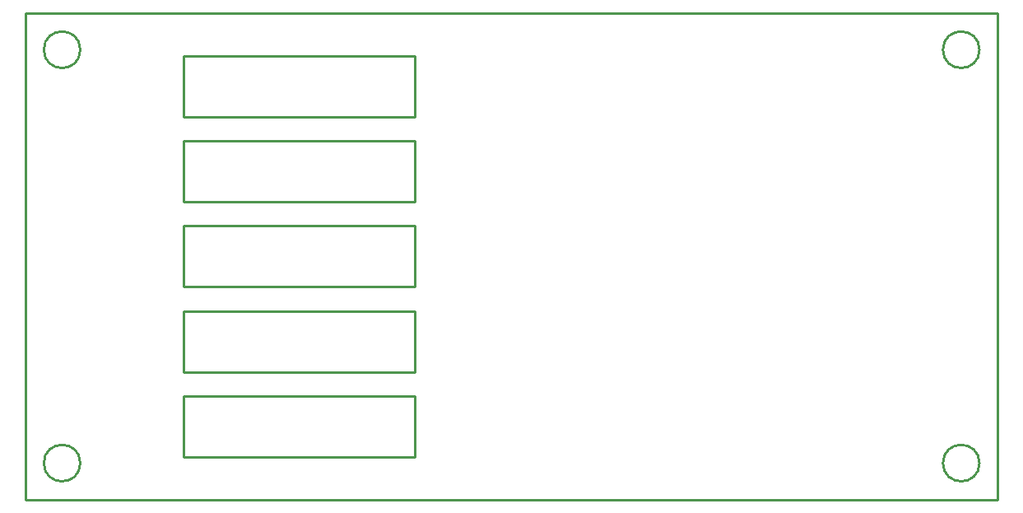
<source format=gko>
G04 Layer: BoardOutlineLayer*
G04 EasyEDA v6.5.9, 2022-07-21 16:41:51*
G04 b4f09f4bc33d498599fb5b0af984a39b,0f63320d19d842adba92ba3d91eb0df2,10*
G04 Gerber Generator version 0.2*
G04 Scale: 100 percent, Rotated: No, Reflected: No *
G04 Dimensions in millimeters *
G04 leading zeros omitted , absolute positions ,4 integer and 5 decimal *
%FSLAX45Y45*%
%MOMM*%

%ADD10C,0.2540*%
D10*
X1625005Y4562482D02*
G01*
X1625005Y3937474D01*
X3999991Y3937474D01*
X3999991Y4562482D01*
X1625005Y4562482D01*
X9999985Y4999992D02*
G01*
X9999985Y0D01*
X3374900Y0D01*
X4812494Y4999992D02*
G01*
X9999985Y4999992D01*
X1624998Y3687490D02*
G01*
X1624998Y3062490D01*
X3999991Y3062490D01*
X3999991Y3687490D01*
X1624998Y3687490D01*
X1625033Y2812486D02*
G01*
X1625033Y2187496D01*
X4000002Y2187496D01*
X4000002Y2812486D01*
X1625033Y2812486D01*
X1625000Y1937489D02*
G01*
X1625000Y1312499D01*
X3999997Y1312499D01*
X3999997Y1937489D01*
X1625000Y1937489D01*
X1624998Y1062497D02*
G01*
X1624998Y437499D01*
X3999991Y437499D01*
X3999991Y1062497D01*
X1624998Y1062497D01*
X3374994Y0D02*
G01*
X93Y0D01*
X0Y0D02*
G01*
X0Y4999992D01*
X1000000Y4999992D01*
X2249995Y4999992D01*
X2249931Y4999989D02*
G01*
X4366259Y4999989D01*
X4812538Y4999989D01*
G75*
G01
X562508Y4624984D02*
G03X562508Y4624984I-187503J0D01*
G75*
G01
X562508Y375006D02*
G03X562508Y375006I-187503J0D01*
G75*
G01
X9812477Y375006D02*
G03X9812477Y375006I-187503J0D01*
G75*
G01
X9812477Y4624984D02*
G03X9812477Y4624984I-187503J0D01*

%LPD*%
M02*

</source>
